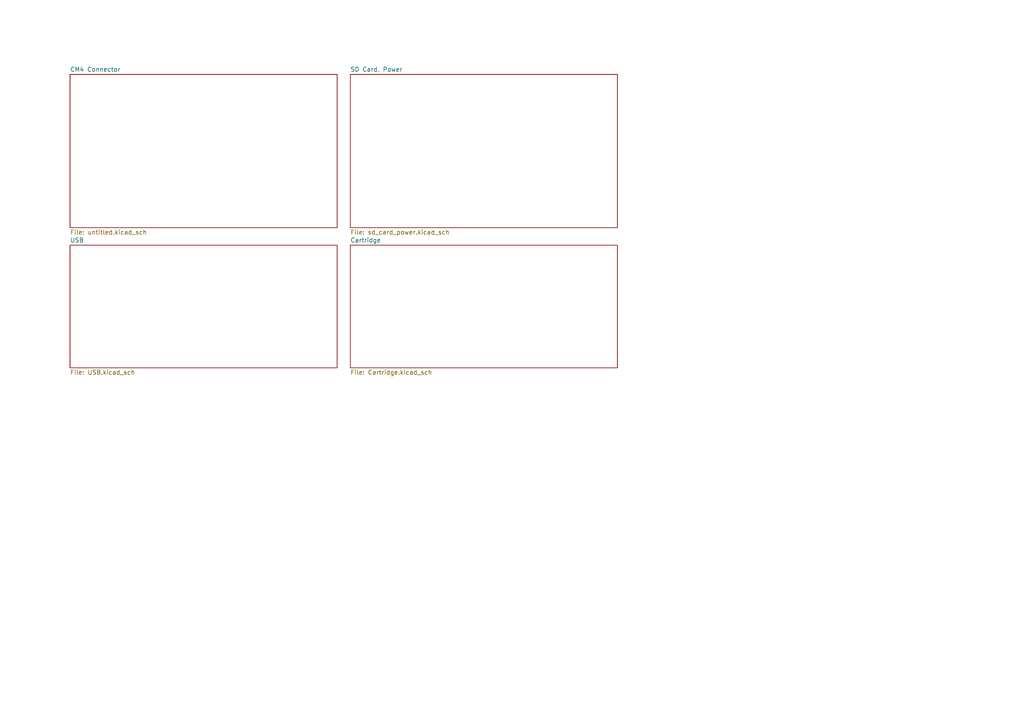
<source format=kicad_sch>
(kicad_sch
	(version 20231120)
	(generator "eeschema")
	(generator_version "8.0")
	(uuid "24ab2b8f-2552-4d9e-bcc5-6a7a05ce9435")
	(paper "A4")
	(lib_symbols)
	(sheet
		(at 101.6 71.12)
		(size 77.47 35.56)
		(fields_autoplaced yes)
		(stroke
			(width 0.1524)
			(type solid)
		)
		(fill
			(color 0 0 0 0.0000)
		)
		(uuid "39d1ce77-a3df-4148-b980-d3c511cb2714")
		(property "Sheetname" "Cartridge"
			(at 101.6 70.4084 0)
			(effects
				(font
					(size 1.27 1.27)
				)
				(justify left bottom)
			)
		)
		(property "Sheetfile" "Cartridge.kicad_sch"
			(at 101.6 107.2646 0)
			(effects
				(font
					(size 1.27 1.27)
				)
				(justify left top)
			)
		)
		(instances
			(project "RetroConsoleMk3.1"
				(path "/24ab2b8f-2552-4d9e-bcc5-6a7a05ce9435"
					(page "5")
				)
			)
		)
	)
	(sheet
		(at 101.6 21.59)
		(size 77.47 44.45)
		(fields_autoplaced yes)
		(stroke
			(width 0.1524)
			(type solid)
		)
		(fill
			(color 0 0 0 0.0000)
		)
		(uuid "635bcbe6-23e1-41b3-a778-846570ad9655")
		(property "Sheetname" "SD Card, Power"
			(at 101.6 20.8784 0)
			(effects
				(font
					(size 1.27 1.27)
				)
				(justify left bottom)
			)
		)
		(property "Sheetfile" "sd_card_power.kicad_sch"
			(at 101.6 66.6246 0)
			(effects
				(font
					(size 1.27 1.27)
				)
				(justify left top)
			)
		)
		(instances
			(project "RetroConsoleMk3.1"
				(path "/24ab2b8f-2552-4d9e-bcc5-6a7a05ce9435"
					(page "3")
				)
			)
		)
	)
	(sheet
		(at 20.32 71.12)
		(size 77.47 35.56)
		(fields_autoplaced yes)
		(stroke
			(width 0.1524)
			(type solid)
		)
		(fill
			(color 0 0 0 0.0000)
		)
		(uuid "6a15f9b0-c157-4ee1-9675-74d85559c12e")
		(property "Sheetname" "USB"
			(at 20.32 70.4084 0)
			(effects
				(font
					(size 1.27 1.27)
				)
				(justify left bottom)
			)
		)
		(property "Sheetfile" "USB.kicad_sch"
			(at 20.32 107.2646 0)
			(effects
				(font
					(size 1.27 1.27)
				)
				(justify left top)
			)
		)
		(instances
			(project "RetroConsoleMk3.1"
				(path "/24ab2b8f-2552-4d9e-bcc5-6a7a05ce9435"
					(page "4")
				)
			)
		)
	)
	(sheet
		(at 20.32 21.59)
		(size 77.47 44.45)
		(fields_autoplaced yes)
		(stroke
			(width 0.1524)
			(type solid)
		)
		(fill
			(color 0 0 0 0.0000)
		)
		(uuid "a83ff0ff-117e-4ee6-bad8-35756f9e949e")
		(property "Sheetname" "CM4 Connector"
			(at 20.32 20.8784 0)
			(effects
				(font
					(size 1.27 1.27)
				)
				(justify left bottom)
			)
		)
		(property "Sheetfile" "untitled.kicad_sch"
			(at 20.32 66.6246 0)
			(effects
				(font
					(size 1.27 1.27)
				)
				(justify left top)
			)
		)
		(instances
			(project "RetroConsoleMk3.1"
				(path "/24ab2b8f-2552-4d9e-bcc5-6a7a05ce9435"
					(page "2")
				)
			)
		)
	)
	(sheet_instances
		(path "/"
			(page "1")
		)
	)
)

</source>
